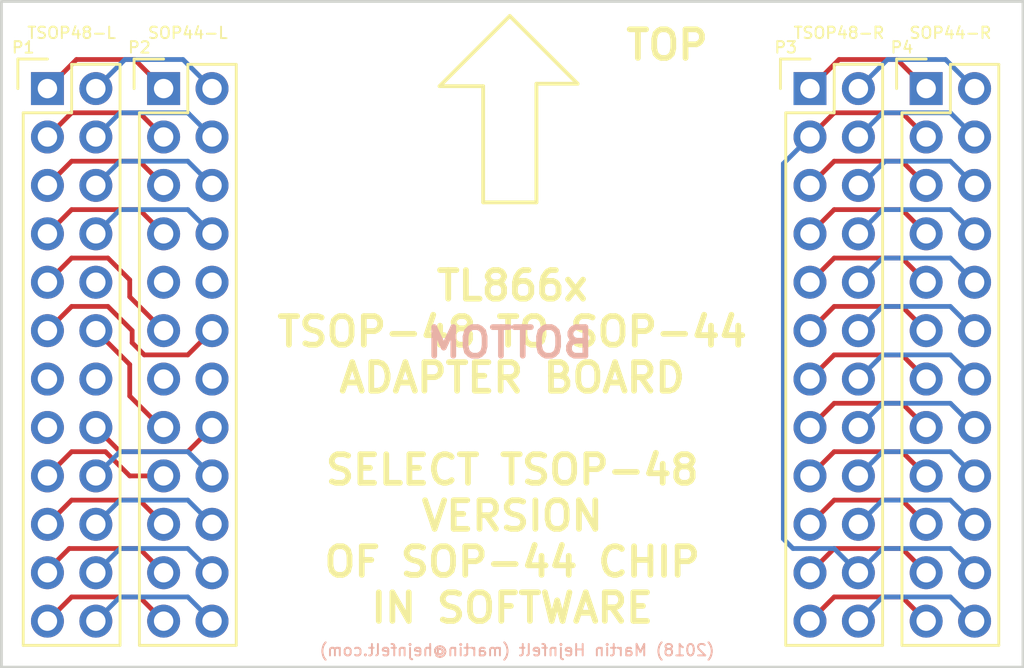
<source format=kicad_pcb>
(kicad_pcb (version 4) (host pcbnew 4.0.5+dfsg1-4)

  (general
    (links 45)
    (no_connects 0)
    (area 121.590999 99.873999 175.335001 134.949001)
    (thickness 1.6)
    (drawings 19)
    (tracks 147)
    (zones 0)
    (modules 4)
    (nets 52)
  )

  (page A4)
  (layers
    (0 F.Cu signal)
    (31 B.Cu signal)
    (32 B.Adhes user)
    (33 F.Adhes user)
    (34 B.Paste user)
    (35 F.Paste user)
    (36 B.SilkS user)
    (37 F.SilkS user)
    (38 B.Mask user)
    (39 F.Mask user)
    (40 Dwgs.User user)
    (41 Cmts.User user)
    (42 Eco1.User user)
    (43 Eco2.User user)
    (44 Edge.Cuts user)
    (45 Margin user)
    (46 B.CrtYd user)
    (47 F.CrtYd user)
    (48 B.Fab user)
    (49 F.Fab user)
  )

  (setup
    (last_trace_width 0.25)
    (trace_clearance 0.2)
    (zone_clearance 0.508)
    (zone_45_only no)
    (trace_min 0.2)
    (segment_width 0.2)
    (edge_width 0.15)
    (via_size 0.6)
    (via_drill 0.4)
    (via_min_size 0.4)
    (via_min_drill 0.3)
    (uvia_size 0.3)
    (uvia_drill 0.1)
    (uvias_allowed no)
    (uvia_min_size 0.2)
    (uvia_min_drill 0.1)
    (pcb_text_width 0.3)
    (pcb_text_size 1.5 1.5)
    (mod_edge_width 0.15)
    (mod_text_size 1 1)
    (mod_text_width 0.15)
    (pad_size 1.524 1.524)
    (pad_drill 0.762)
    (pad_to_mask_clearance 0.2)
    (aux_axis_origin 0 0)
    (visible_elements FFFFFF7F)
    (pcbplotparams
      (layerselection 0x00030_80000001)
      (usegerberextensions false)
      (excludeedgelayer true)
      (linewidth 0.100000)
      (plotframeref false)
      (viasonmask false)
      (mode 1)
      (useauxorigin false)
      (hpglpennumber 1)
      (hpglpenspeed 20)
      (hpglpendiameter 15)
      (hpglpenoverlay 2)
      (psnegative false)
      (psa4output false)
      (plotreference true)
      (plotvalue true)
      (plotinvisibletext false)
      (padsonsilk false)
      (subtractmaskfromsilk false)
      (outputformat 1)
      (mirror false)
      (drillshape 1)
      (scaleselection 1)
      (outputdirectory ""))
  )

  (net 0 "")
  (net 1 A15)
  (net 2 A14)
  (net 3 A13)
  (net 4 A12)
  (net 5 A11)
  (net 6 A10)
  (net 7 A9)
  (net 8 A8)
  (net 9 A19)
  (net 10 "Net-(P1-Pad10)")
  (net 11 WE)
  (net 12 RESET)
  (net 13 "Net-(P1-Pad13)")
  (net 14 "Net-(P1-Pad14)")
  (net 15 RY/BY)
  (net 16 A18)
  (net 17 A17)
  (net 18 A7)
  (net 19 A6)
  (net 20 A5)
  (net 21 A4)
  (net 22 A3)
  (net 23 A2)
  (net 24 A1)
  (net 25 "Net-(P2-Pad9)")
  (net 26 "Net-(P2-Pad10)")
  (net 27 "Net-(P2-Pad13)")
  (net 28 "Net-(P2-Pad14)")
  (net 29 A16)
  (net 30 BYTE)
  (net 31 GND)
  (net 32 Q15/A-1)
  (net 33 Q7)
  (net 34 Q14)
  (net 35 Q6)
  (net 36 Q13)
  (net 37 Q5)
  (net 38 Q12)
  (net 39 Q4)
  (net 40 VCC)
  (net 41 Q11)
  (net 42 Q3)
  (net 43 Q10)
  (net 44 Q2)
  (net 45 Q9)
  (net 46 Q1)
  (net 47 Q8)
  (net 48 Q0)
  (net 49 OE)
  (net 50 CE)
  (net 51 A0)

  (net_class Default "This is the default net class."
    (clearance 0.2)
    (trace_width 0.25)
    (via_dia 0.6)
    (via_drill 0.4)
    (uvia_dia 0.3)
    (uvia_drill 0.1)
    (add_net A0)
    (add_net A1)
    (add_net A10)
    (add_net A11)
    (add_net A12)
    (add_net A13)
    (add_net A14)
    (add_net A15)
    (add_net A16)
    (add_net A17)
    (add_net A18)
    (add_net A19)
    (add_net A2)
    (add_net A3)
    (add_net A4)
    (add_net A5)
    (add_net A6)
    (add_net A7)
    (add_net A8)
    (add_net A9)
    (add_net BYTE)
    (add_net CE)
    (add_net GND)
    (add_net "Net-(P1-Pad10)")
    (add_net "Net-(P1-Pad13)")
    (add_net "Net-(P1-Pad14)")
    (add_net "Net-(P2-Pad10)")
    (add_net "Net-(P2-Pad13)")
    (add_net "Net-(P2-Pad14)")
    (add_net "Net-(P2-Pad9)")
    (add_net OE)
    (add_net Q0)
    (add_net Q1)
    (add_net Q10)
    (add_net Q11)
    (add_net Q12)
    (add_net Q13)
    (add_net Q14)
    (add_net Q15/A-1)
    (add_net Q2)
    (add_net Q3)
    (add_net Q4)
    (add_net Q5)
    (add_net Q6)
    (add_net Q7)
    (add_net Q8)
    (add_net Q9)
    (add_net RESET)
    (add_net RY/BY)
    (add_net VCC)
    (add_net WE)
  )

  (module Pin_Headers:Pin_Header_Straight_2x12 (layer F.Cu) (tedit 5A53C01F) (tstamp 5A53BA3F)
    (at 124.079 104.521)
    (descr "Through hole pin header")
    (tags "pin header")
    (path /5A53B273)
    (fp_text reference P1 (at -1.27 -2.159) (layer F.SilkS)
      (effects (font (size 0.6 0.6) (thickness 0.1)))
    )
    (fp_text value TSOP48-L (at 1.27 -2.921) (layer F.Fab)
      (effects (font (size 0.6 0.6) (thickness 0.1)))
    )
    (fp_line (start -1.75 -1.75) (end -1.75 29.7) (layer F.CrtYd) (width 0.05))
    (fp_line (start 4.3 -1.75) (end 4.3 29.7) (layer F.CrtYd) (width 0.05))
    (fp_line (start -1.75 -1.75) (end 4.3 -1.75) (layer F.CrtYd) (width 0.05))
    (fp_line (start -1.75 29.7) (end 4.3 29.7) (layer F.CrtYd) (width 0.05))
    (fp_line (start 3.81 29.21) (end 3.81 -1.27) (layer F.SilkS) (width 0.15))
    (fp_line (start -1.27 1.27) (end -1.27 29.21) (layer F.SilkS) (width 0.15))
    (fp_line (start 3.81 29.21) (end -1.27 29.21) (layer F.SilkS) (width 0.15))
    (fp_line (start 3.81 -1.27) (end 1.27 -1.27) (layer F.SilkS) (width 0.15))
    (fp_line (start 0 -1.55) (end -1.55 -1.55) (layer F.SilkS) (width 0.15))
    (fp_line (start 1.27 -1.27) (end 1.27 1.27) (layer F.SilkS) (width 0.15))
    (fp_line (start 1.27 1.27) (end -1.27 1.27) (layer F.SilkS) (width 0.15))
    (fp_line (start -1.55 -1.55) (end -1.55 0) (layer F.SilkS) (width 0.15))
    (pad 1 thru_hole rect (at 0 0) (size 1.7272 1.7272) (drill 1.016) (layers *.Cu *.Mask)
      (net 1 A15))
    (pad 2 thru_hole oval (at 2.54 0) (size 1.7272 1.7272) (drill 1.016) (layers *.Cu *.Mask)
      (net 2 A14))
    (pad 3 thru_hole oval (at 0 2.54) (size 1.7272 1.7272) (drill 1.016) (layers *.Cu *.Mask)
      (net 3 A13))
    (pad 4 thru_hole oval (at 2.54 2.54) (size 1.7272 1.7272) (drill 1.016) (layers *.Cu *.Mask)
      (net 4 A12))
    (pad 5 thru_hole oval (at 0 5.08) (size 1.7272 1.7272) (drill 1.016) (layers *.Cu *.Mask)
      (net 5 A11))
    (pad 6 thru_hole oval (at 2.54 5.08) (size 1.7272 1.7272) (drill 1.016) (layers *.Cu *.Mask)
      (net 6 A10))
    (pad 7 thru_hole oval (at 0 7.62) (size 1.7272 1.7272) (drill 1.016) (layers *.Cu *.Mask)
      (net 7 A9))
    (pad 8 thru_hole oval (at 2.54 7.62) (size 1.7272 1.7272) (drill 1.016) (layers *.Cu *.Mask)
      (net 8 A8))
    (pad 9 thru_hole oval (at 0 10.16) (size 1.7272 1.7272) (drill 1.016) (layers *.Cu *.Mask)
      (net 9 A19))
    (pad 10 thru_hole oval (at 2.54 10.16) (size 1.7272 1.7272) (drill 1.016) (layers *.Cu *.Mask)
      (net 10 "Net-(P1-Pad10)"))
    (pad 11 thru_hole oval (at 0 12.7) (size 1.7272 1.7272) (drill 1.016) (layers *.Cu *.Mask)
      (net 11 WE))
    (pad 12 thru_hole oval (at 2.54 12.7) (size 1.7272 1.7272) (drill 1.016) (layers *.Cu *.Mask)
      (net 12 RESET))
    (pad 13 thru_hole oval (at 0 15.24) (size 1.7272 1.7272) (drill 1.016) (layers *.Cu *.Mask)
      (net 13 "Net-(P1-Pad13)"))
    (pad 14 thru_hole oval (at 2.54 15.24) (size 1.7272 1.7272) (drill 1.016) (layers *.Cu *.Mask)
      (net 14 "Net-(P1-Pad14)"))
    (pad 15 thru_hole oval (at 0 17.78) (size 1.7272 1.7272) (drill 1.016) (layers *.Cu *.Mask)
      (net 15 RY/BY))
    (pad 16 thru_hole oval (at 2.54 17.78) (size 1.7272 1.7272) (drill 1.016) (layers *.Cu *.Mask)
      (net 16 A18))
    (pad 17 thru_hole oval (at 0 20.32) (size 1.7272 1.7272) (drill 1.016) (layers *.Cu *.Mask)
      (net 17 A17))
    (pad 18 thru_hole oval (at 2.54 20.32) (size 1.7272 1.7272) (drill 1.016) (layers *.Cu *.Mask)
      (net 18 A7))
    (pad 19 thru_hole oval (at 0 22.86) (size 1.7272 1.7272) (drill 1.016) (layers *.Cu *.Mask)
      (net 19 A6))
    (pad 20 thru_hole oval (at 2.54 22.86) (size 1.7272 1.7272) (drill 1.016) (layers *.Cu *.Mask)
      (net 20 A5))
    (pad 21 thru_hole oval (at 0 25.4) (size 1.7272 1.7272) (drill 1.016) (layers *.Cu *.Mask)
      (net 21 A4))
    (pad 22 thru_hole oval (at 2.54 25.4) (size 1.7272 1.7272) (drill 1.016) (layers *.Cu *.Mask)
      (net 22 A3))
    (pad 23 thru_hole oval (at 0 27.94) (size 1.7272 1.7272) (drill 1.016) (layers *.Cu *.Mask)
      (net 23 A2))
    (pad 24 thru_hole oval (at 2.54 27.94) (size 1.7272 1.7272) (drill 1.016) (layers *.Cu *.Mask)
      (net 24 A1))
    (model Pin_Headers.3dshapes/Pin_Header_Straight_2x12.wrl
      (at (xyz 0.05 -0.55 0))
      (scale (xyz 1 1 1))
      (rotate (xyz 0 0 90))
    )
  )

  (module Pin_Headers:Pin_Header_Straight_2x12 (layer F.Cu) (tedit 5A53C038) (tstamp 5A53BA5B)
    (at 130.175 104.521)
    (descr "Through hole pin header")
    (tags "pin header")
    (path /5A53B41F)
    (fp_text reference P2 (at -1.27 -2.159) (layer F.SilkS)
      (effects (font (size 0.6 0.6) (thickness 0.1)))
    )
    (fp_text value SOP44-L (at 1.27 -2.921) (layer F.Fab)
      (effects (font (size 0.6 0.6) (thickness 0.1)))
    )
    (fp_line (start -1.75 -1.75) (end -1.75 29.7) (layer F.CrtYd) (width 0.05))
    (fp_line (start 4.3 -1.75) (end 4.3 29.7) (layer F.CrtYd) (width 0.05))
    (fp_line (start -1.75 -1.75) (end 4.3 -1.75) (layer F.CrtYd) (width 0.05))
    (fp_line (start -1.75 29.7) (end 4.3 29.7) (layer F.CrtYd) (width 0.05))
    (fp_line (start 3.81 29.21) (end 3.81 -1.27) (layer F.SilkS) (width 0.15))
    (fp_line (start -1.27 1.27) (end -1.27 29.21) (layer F.SilkS) (width 0.15))
    (fp_line (start 3.81 29.21) (end -1.27 29.21) (layer F.SilkS) (width 0.15))
    (fp_line (start 3.81 -1.27) (end 1.27 -1.27) (layer F.SilkS) (width 0.15))
    (fp_line (start 0 -1.55) (end -1.55 -1.55) (layer F.SilkS) (width 0.15))
    (fp_line (start 1.27 -1.27) (end 1.27 1.27) (layer F.SilkS) (width 0.15))
    (fp_line (start 1.27 1.27) (end -1.27 1.27) (layer F.SilkS) (width 0.15))
    (fp_line (start -1.55 -1.55) (end -1.55 0) (layer F.SilkS) (width 0.15))
    (pad 1 thru_hole rect (at 0 0) (size 1.7272 1.7272) (drill 1.016) (layers *.Cu *.Mask)
      (net 1 A15))
    (pad 2 thru_hole oval (at 2.54 0) (size 1.7272 1.7272) (drill 1.016) (layers *.Cu *.Mask)
      (net 2 A14))
    (pad 3 thru_hole oval (at 0 2.54) (size 1.7272 1.7272) (drill 1.016) (layers *.Cu *.Mask)
      (net 3 A13))
    (pad 4 thru_hole oval (at 2.54 2.54) (size 1.7272 1.7272) (drill 1.016) (layers *.Cu *.Mask)
      (net 4 A12))
    (pad 5 thru_hole oval (at 0 5.08) (size 1.7272 1.7272) (drill 1.016) (layers *.Cu *.Mask)
      (net 5 A11))
    (pad 6 thru_hole oval (at 2.54 5.08) (size 1.7272 1.7272) (drill 1.016) (layers *.Cu *.Mask)
      (net 6 A10))
    (pad 7 thru_hole oval (at 0 7.62) (size 1.7272 1.7272) (drill 1.016) (layers *.Cu *.Mask)
      (net 7 A9))
    (pad 8 thru_hole oval (at 2.54 7.62) (size 1.7272 1.7272) (drill 1.016) (layers *.Cu *.Mask)
      (net 8 A8))
    (pad 9 thru_hole oval (at 0 10.16) (size 1.7272 1.7272) (drill 1.016) (layers *.Cu *.Mask)
      (net 25 "Net-(P2-Pad9)"))
    (pad 10 thru_hole oval (at 2.54 10.16) (size 1.7272 1.7272) (drill 1.016) (layers *.Cu *.Mask)
      (net 26 "Net-(P2-Pad10)"))
    (pad 11 thru_hole oval (at 0 12.7) (size 1.7272 1.7272) (drill 1.016) (layers *.Cu *.Mask)
      (net 9 A19))
    (pad 12 thru_hole oval (at 2.54 12.7) (size 1.7272 1.7272) (drill 1.016) (layers *.Cu *.Mask)
      (net 11 WE))
    (pad 13 thru_hole oval (at 0 15.24) (size 1.7272 1.7272) (drill 1.016) (layers *.Cu *.Mask)
      (net 27 "Net-(P2-Pad13)"))
    (pad 14 thru_hole oval (at 2.54 15.24) (size 1.7272 1.7272) (drill 1.016) (layers *.Cu *.Mask)
      (net 28 "Net-(P2-Pad14)"))
    (pad 15 thru_hole oval (at 0 17.78) (size 1.7272 1.7272) (drill 1.016) (layers *.Cu *.Mask)
      (net 12 RESET))
    (pad 16 thru_hole oval (at 2.54 17.78) (size 1.7272 1.7272) (drill 1.016) (layers *.Cu *.Mask)
      (net 16 A18))
    (pad 17 thru_hole oval (at 0 20.32) (size 1.7272 1.7272) (drill 1.016) (layers *.Cu *.Mask)
      (net 17 A17))
    (pad 18 thru_hole oval (at 2.54 20.32) (size 1.7272 1.7272) (drill 1.016) (layers *.Cu *.Mask)
      (net 18 A7))
    (pad 19 thru_hole oval (at 0 22.86) (size 1.7272 1.7272) (drill 1.016) (layers *.Cu *.Mask)
      (net 19 A6))
    (pad 20 thru_hole oval (at 2.54 22.86) (size 1.7272 1.7272) (drill 1.016) (layers *.Cu *.Mask)
      (net 20 A5))
    (pad 21 thru_hole oval (at 0 25.4) (size 1.7272 1.7272) (drill 1.016) (layers *.Cu *.Mask)
      (net 21 A4))
    (pad 22 thru_hole oval (at 2.54 25.4) (size 1.7272 1.7272) (drill 1.016) (layers *.Cu *.Mask)
      (net 22 A3))
    (pad 23 thru_hole oval (at 0 27.94) (size 1.7272 1.7272) (drill 1.016) (layers *.Cu *.Mask)
      (net 23 A2))
    (pad 24 thru_hole oval (at 2.54 27.94) (size 1.7272 1.7272) (drill 1.016) (layers *.Cu *.Mask)
      (net 24 A1))
    (model Pin_Headers.3dshapes/Pin_Header_Straight_2x12.wrl
      (at (xyz 0.05 -0.55 0))
      (scale (xyz 1 1 1))
      (rotate (xyz 0 0 90))
    )
  )

  (module Pin_Headers:Pin_Header_Straight_2x12 (layer F.Cu) (tedit 5A53C09A) (tstamp 5A53BA77)
    (at 164.084 104.521)
    (descr "Through hole pin header")
    (tags "pin header")
    (path /5A53B2AC)
    (fp_text reference P3 (at -1.27 -2.159) (layer F.SilkS)
      (effects (font (size 0.6 0.6) (thickness 0.1)))
    )
    (fp_text value TSOP48-R (at 1.524 -2.921) (layer F.Fab)
      (effects (font (size 0.6 0.6) (thickness 0.1)))
    )
    (fp_line (start -1.75 -1.75) (end -1.75 29.7) (layer F.CrtYd) (width 0.05))
    (fp_line (start 4.3 -1.75) (end 4.3 29.7) (layer F.CrtYd) (width 0.05))
    (fp_line (start -1.75 -1.75) (end 4.3 -1.75) (layer F.CrtYd) (width 0.05))
    (fp_line (start -1.75 29.7) (end 4.3 29.7) (layer F.CrtYd) (width 0.05))
    (fp_line (start 3.81 29.21) (end 3.81 -1.27) (layer F.SilkS) (width 0.15))
    (fp_line (start -1.27 1.27) (end -1.27 29.21) (layer F.SilkS) (width 0.15))
    (fp_line (start 3.81 29.21) (end -1.27 29.21) (layer F.SilkS) (width 0.15))
    (fp_line (start 3.81 -1.27) (end 1.27 -1.27) (layer F.SilkS) (width 0.15))
    (fp_line (start 0 -1.55) (end -1.55 -1.55) (layer F.SilkS) (width 0.15))
    (fp_line (start 1.27 -1.27) (end 1.27 1.27) (layer F.SilkS) (width 0.15))
    (fp_line (start 1.27 1.27) (end -1.27 1.27) (layer F.SilkS) (width 0.15))
    (fp_line (start -1.55 -1.55) (end -1.55 0) (layer F.SilkS) (width 0.15))
    (pad 1 thru_hole rect (at 0 0) (size 1.7272 1.7272) (drill 1.016) (layers *.Cu *.Mask)
      (net 29 A16))
    (pad 2 thru_hole oval (at 2.54 0) (size 1.7272 1.7272) (drill 1.016) (layers *.Cu *.Mask)
      (net 30 BYTE))
    (pad 3 thru_hole oval (at 0 2.54) (size 1.7272 1.7272) (drill 1.016) (layers *.Cu *.Mask)
      (net 31 GND))
    (pad 4 thru_hole oval (at 2.54 2.54) (size 1.7272 1.7272) (drill 1.016) (layers *.Cu *.Mask)
      (net 32 Q15/A-1))
    (pad 5 thru_hole oval (at 0 5.08) (size 1.7272 1.7272) (drill 1.016) (layers *.Cu *.Mask)
      (net 33 Q7))
    (pad 6 thru_hole oval (at 2.54 5.08) (size 1.7272 1.7272) (drill 1.016) (layers *.Cu *.Mask)
      (net 34 Q14))
    (pad 7 thru_hole oval (at 0 7.62) (size 1.7272 1.7272) (drill 1.016) (layers *.Cu *.Mask)
      (net 35 Q6))
    (pad 8 thru_hole oval (at 2.54 7.62) (size 1.7272 1.7272) (drill 1.016) (layers *.Cu *.Mask)
      (net 36 Q13))
    (pad 9 thru_hole oval (at 0 10.16) (size 1.7272 1.7272) (drill 1.016) (layers *.Cu *.Mask)
      (net 37 Q5))
    (pad 10 thru_hole oval (at 2.54 10.16) (size 1.7272 1.7272) (drill 1.016) (layers *.Cu *.Mask)
      (net 38 Q12))
    (pad 11 thru_hole oval (at 0 12.7) (size 1.7272 1.7272) (drill 1.016) (layers *.Cu *.Mask)
      (net 39 Q4))
    (pad 12 thru_hole oval (at 2.54 12.7) (size 1.7272 1.7272) (drill 1.016) (layers *.Cu *.Mask)
      (net 40 VCC))
    (pad 13 thru_hole oval (at 0 15.24) (size 1.7272 1.7272) (drill 1.016) (layers *.Cu *.Mask)
      (net 41 Q11))
    (pad 14 thru_hole oval (at 2.54 15.24) (size 1.7272 1.7272) (drill 1.016) (layers *.Cu *.Mask)
      (net 42 Q3))
    (pad 15 thru_hole oval (at 0 17.78) (size 1.7272 1.7272) (drill 1.016) (layers *.Cu *.Mask)
      (net 43 Q10))
    (pad 16 thru_hole oval (at 2.54 17.78) (size 1.7272 1.7272) (drill 1.016) (layers *.Cu *.Mask)
      (net 44 Q2))
    (pad 17 thru_hole oval (at 0 20.32) (size 1.7272 1.7272) (drill 1.016) (layers *.Cu *.Mask)
      (net 45 Q9))
    (pad 18 thru_hole oval (at 2.54 20.32) (size 1.7272 1.7272) (drill 1.016) (layers *.Cu *.Mask)
      (net 46 Q1))
    (pad 19 thru_hole oval (at 0 22.86) (size 1.7272 1.7272) (drill 1.016) (layers *.Cu *.Mask)
      (net 47 Q8))
    (pad 20 thru_hole oval (at 2.54 22.86) (size 1.7272 1.7272) (drill 1.016) (layers *.Cu *.Mask)
      (net 48 Q0))
    (pad 21 thru_hole oval (at 0 25.4) (size 1.7272 1.7272) (drill 1.016) (layers *.Cu *.Mask)
      (net 49 OE))
    (pad 22 thru_hole oval (at 2.54 25.4) (size 1.7272 1.7272) (drill 1.016) (layers *.Cu *.Mask)
      (net 31 GND))
    (pad 23 thru_hole oval (at 0 27.94) (size 1.7272 1.7272) (drill 1.016) (layers *.Cu *.Mask)
      (net 50 CE))
    (pad 24 thru_hole oval (at 2.54 27.94) (size 1.7272 1.7272) (drill 1.016) (layers *.Cu *.Mask)
      (net 51 A0))
    (model Pin_Headers.3dshapes/Pin_Header_Straight_2x12.wrl
      (at (xyz 0.05 -0.55 0))
      (scale (xyz 1 1 1))
      (rotate (xyz 0 0 90))
    )
  )

  (module Pin_Headers:Pin_Header_Straight_2x12 (layer F.Cu) (tedit 5A53C0A4) (tstamp 5A53BA93)
    (at 170.18 104.521)
    (descr "Through hole pin header")
    (tags "pin header")
    (path /5A53B3A9)
    (fp_text reference P4 (at -1.27 -2.159) (layer F.SilkS)
      (effects (font (size 0.6 0.6) (thickness 0.1)))
    )
    (fp_text value SOP44-R (at 1.27 -2.921) (layer F.Fab)
      (effects (font (size 0.6 0.6) (thickness 0.1)))
    )
    (fp_line (start -1.75 -1.75) (end -1.75 29.7) (layer F.CrtYd) (width 0.05))
    (fp_line (start 4.3 -1.75) (end 4.3 29.7) (layer F.CrtYd) (width 0.05))
    (fp_line (start -1.75 -1.75) (end 4.3 -1.75) (layer F.CrtYd) (width 0.05))
    (fp_line (start -1.75 29.7) (end 4.3 29.7) (layer F.CrtYd) (width 0.05))
    (fp_line (start 3.81 29.21) (end 3.81 -1.27) (layer F.SilkS) (width 0.15))
    (fp_line (start -1.27 1.27) (end -1.27 29.21) (layer F.SilkS) (width 0.15))
    (fp_line (start 3.81 29.21) (end -1.27 29.21) (layer F.SilkS) (width 0.15))
    (fp_line (start 3.81 -1.27) (end 1.27 -1.27) (layer F.SilkS) (width 0.15))
    (fp_line (start 0 -1.55) (end -1.55 -1.55) (layer F.SilkS) (width 0.15))
    (fp_line (start 1.27 -1.27) (end 1.27 1.27) (layer F.SilkS) (width 0.15))
    (fp_line (start 1.27 1.27) (end -1.27 1.27) (layer F.SilkS) (width 0.15))
    (fp_line (start -1.55 -1.55) (end -1.55 0) (layer F.SilkS) (width 0.15))
    (pad 1 thru_hole rect (at 0 0) (size 1.7272 1.7272) (drill 1.016) (layers *.Cu *.Mask)
      (net 29 A16))
    (pad 2 thru_hole oval (at 2.54 0) (size 1.7272 1.7272) (drill 1.016) (layers *.Cu *.Mask)
      (net 30 BYTE))
    (pad 3 thru_hole oval (at 0 2.54) (size 1.7272 1.7272) (drill 1.016) (layers *.Cu *.Mask)
      (net 31 GND))
    (pad 4 thru_hole oval (at 2.54 2.54) (size 1.7272 1.7272) (drill 1.016) (layers *.Cu *.Mask)
      (net 32 Q15/A-1))
    (pad 5 thru_hole oval (at 0 5.08) (size 1.7272 1.7272) (drill 1.016) (layers *.Cu *.Mask)
      (net 33 Q7))
    (pad 6 thru_hole oval (at 2.54 5.08) (size 1.7272 1.7272) (drill 1.016) (layers *.Cu *.Mask)
      (net 34 Q14))
    (pad 7 thru_hole oval (at 0 7.62) (size 1.7272 1.7272) (drill 1.016) (layers *.Cu *.Mask)
      (net 35 Q6))
    (pad 8 thru_hole oval (at 2.54 7.62) (size 1.7272 1.7272) (drill 1.016) (layers *.Cu *.Mask)
      (net 36 Q13))
    (pad 9 thru_hole oval (at 0 10.16) (size 1.7272 1.7272) (drill 1.016) (layers *.Cu *.Mask)
      (net 37 Q5))
    (pad 10 thru_hole oval (at 2.54 10.16) (size 1.7272 1.7272) (drill 1.016) (layers *.Cu *.Mask)
      (net 38 Q12))
    (pad 11 thru_hole oval (at 0 12.7) (size 1.7272 1.7272) (drill 1.016) (layers *.Cu *.Mask)
      (net 39 Q4))
    (pad 12 thru_hole oval (at 2.54 12.7) (size 1.7272 1.7272) (drill 1.016) (layers *.Cu *.Mask)
      (net 40 VCC))
    (pad 13 thru_hole oval (at 0 15.24) (size 1.7272 1.7272) (drill 1.016) (layers *.Cu *.Mask)
      (net 41 Q11))
    (pad 14 thru_hole oval (at 2.54 15.24) (size 1.7272 1.7272) (drill 1.016) (layers *.Cu *.Mask)
      (net 42 Q3))
    (pad 15 thru_hole oval (at 0 17.78) (size 1.7272 1.7272) (drill 1.016) (layers *.Cu *.Mask)
      (net 43 Q10))
    (pad 16 thru_hole oval (at 2.54 17.78) (size 1.7272 1.7272) (drill 1.016) (layers *.Cu *.Mask)
      (net 44 Q2))
    (pad 17 thru_hole oval (at 0 20.32) (size 1.7272 1.7272) (drill 1.016) (layers *.Cu *.Mask)
      (net 45 Q9))
    (pad 18 thru_hole oval (at 2.54 20.32) (size 1.7272 1.7272) (drill 1.016) (layers *.Cu *.Mask)
      (net 46 Q1))
    (pad 19 thru_hole oval (at 0 22.86) (size 1.7272 1.7272) (drill 1.016) (layers *.Cu *.Mask)
      (net 47 Q8))
    (pad 20 thru_hole oval (at 2.54 22.86) (size 1.7272 1.7272) (drill 1.016) (layers *.Cu *.Mask)
      (net 48 Q0))
    (pad 21 thru_hole oval (at 0 25.4) (size 1.7272 1.7272) (drill 1.016) (layers *.Cu *.Mask)
      (net 49 OE))
    (pad 22 thru_hole oval (at 2.54 25.4) (size 1.7272 1.7272) (drill 1.016) (layers *.Cu *.Mask)
      (net 31 GND))
    (pad 23 thru_hole oval (at 0 27.94) (size 1.7272 1.7272) (drill 1.016) (layers *.Cu *.Mask)
      (net 50 CE))
    (pad 24 thru_hole oval (at 2.54 27.94) (size 1.7272 1.7272) (drill 1.016) (layers *.Cu *.Mask)
      (net 51 A0))
    (model Pin_Headers.3dshapes/Pin_Header_Straight_2x12.wrl
      (at (xyz 0.05 -0.55 0))
      (scale (xyz 1 1 1))
      (rotate (xyz 0 0 90))
    )
  )

  (gr_text BOTTOM (at 148.336 117.856) (layer B.SilkS)
    (effects (font (size 1.5 1.5) (thickness 0.3)) (justify mirror))
  )
  (gr_text TOP (at 156.591 102.235) (layer F.SilkS)
    (effects (font (size 1.5 1.5) (thickness 0.3)))
  )
  (gr_text "(2018) Martin Hejnfelt (martin@hejnfelt.com)" (at 148.717 133.985) (layer B.SilkS)
    (effects (font (size 0.6 0.6) (thickness 0.1)) (justify mirror))
  )
  (gr_text SOP44-R (at 171.45 101.6) (layer F.SilkS)
    (effects (font (size 0.6 0.6) (thickness 0.1)))
  )
  (gr_text TSOP48-R (at 165.608 101.6) (layer F.SilkS)
    (effects (font (size 0.6 0.6) (thickness 0.1)))
  )
  (gr_text SOP44-L (at 131.445 101.6) (layer F.SilkS)
    (effects (font (size 0.6 0.6) (thickness 0.1)))
  )
  (gr_text TSOP48-L (at 125.349 101.6) (layer F.SilkS)
    (effects (font (size 0.6 0.6) (thickness 0.1)))
  )
  (gr_text "TL866x\nTSOP-48 TO SOP-44\nADAPTER BOARD\n\nSELECT TSOP-48\nVERSION\nOF SOP-44 CHIP\nIN SOFTWARE" (at 148.463 123.317) (layer F.SilkS)
    (effects (font (size 1.5 1.5) (thickness 0.3)))
  )
  (gr_line (start 149.733 110.49) (end 146.939 110.49) (angle 90) (layer F.SilkS) (width 0.2))
  (gr_line (start 149.733 104.267) (end 149.733 110.49) (angle 90) (layer F.SilkS) (width 0.2))
  (gr_line (start 151.892 104.267) (end 149.733 104.267) (angle 90) (layer F.SilkS) (width 0.2))
  (gr_line (start 148.336 100.711) (end 151.892 104.267) (angle 90) (layer F.SilkS) (width 0.2))
  (gr_line (start 144.653 104.394) (end 148.336 100.711) (angle 90) (layer F.SilkS) (width 0.2))
  (gr_line (start 146.939 104.394) (end 144.653 104.394) (angle 90) (layer F.SilkS) (width 0.2))
  (gr_line (start 146.939 110.49) (end 146.939 104.394) (angle 90) (layer F.SilkS) (width 0.2))
  (gr_line (start 121.666 99.949) (end 121.666 134.874) (angle 90) (layer Edge.Cuts) (width 0.15))
  (gr_line (start 175.26 99.949) (end 121.666 99.949) (angle 90) (layer Edge.Cuts) (width 0.15))
  (gr_line (start 175.26 134.874) (end 175.26 99.949) (angle 90) (layer Edge.Cuts) (width 0.15))
  (gr_line (start 121.666 134.874) (end 175.26 134.874) (angle 90) (layer Edge.Cuts) (width 0.15))

  (segment (start 124.079 104.521) (end 125.603 102.997) (width 0.25) (layer F.Cu) (net 1) (status 10))
  (segment (start 128.651 102.997) (end 130.175 104.521) (width 0.25) (layer F.Cu) (net 1) (tstamp 5A53BB3E) (status 20))
  (segment (start 125.603 102.997) (end 128.651 102.997) (width 0.25) (layer F.Cu) (net 1) (tstamp 5A53BB3D))
  (segment (start 126.619 104.521) (end 128.143 102.997) (width 0.25) (layer B.Cu) (net 2) (status 10))
  (segment (start 131.191 102.997) (end 132.715 104.521) (width 0.25) (layer B.Cu) (net 2) (tstamp 5A53BB8B) (status 20))
  (segment (start 128.143 102.997) (end 131.191 102.997) (width 0.25) (layer B.Cu) (net 2) (tstamp 5A53BB8A))
  (segment (start 124.079 107.061) (end 125.349 105.791) (width 0.25) (layer F.Cu) (net 3) (status 10))
  (segment (start 128.905 105.791) (end 130.175 107.061) (width 0.25) (layer F.Cu) (net 3) (tstamp 5A53BB33) (status 20))
  (segment (start 125.349 105.791) (end 128.905 105.791) (width 0.25) (layer F.Cu) (net 3) (tstamp 5A53BB31))
  (segment (start 126.619 107.061) (end 127.889 105.791) (width 0.25) (layer B.Cu) (net 4) (status 10))
  (segment (start 131.445 105.791) (end 132.715 107.061) (width 0.25) (layer B.Cu) (net 4) (tstamp 5A53BB91) (status 20))
  (segment (start 127.889 105.791) (end 131.445 105.791) (width 0.25) (layer B.Cu) (net 4) (tstamp 5A53BB8F))
  (segment (start 124.079 109.601) (end 125.349 108.331) (width 0.25) (layer F.Cu) (net 5) (status 10))
  (segment (start 128.905 108.331) (end 130.175 109.601) (width 0.25) (layer F.Cu) (net 5) (tstamp 5A53BB38) (status 20))
  (segment (start 125.349 108.331) (end 128.905 108.331) (width 0.25) (layer F.Cu) (net 5) (tstamp 5A53BB37))
  (segment (start 126.619 109.601) (end 127.889 108.331) (width 0.25) (layer B.Cu) (net 6) (status 10))
  (segment (start 131.445 108.331) (end 132.715 109.601) (width 0.25) (layer B.Cu) (net 6) (tstamp 5A53BB96) (status 20))
  (segment (start 127.889 108.331) (end 131.445 108.331) (width 0.25) (layer B.Cu) (net 6) (tstamp 5A53BB95))
  (segment (start 124.079 112.141) (end 125.349 110.871) (width 0.25) (layer F.Cu) (net 7) (status 10))
  (segment (start 128.905 110.871) (end 130.175 112.141) (width 0.25) (layer F.Cu) (net 7) (tstamp 5A53BB45) (status 20))
  (segment (start 125.349 110.871) (end 128.905 110.871) (width 0.25) (layer F.Cu) (net 7) (tstamp 5A53BB43))
  (segment (start 126.619 112.141) (end 127.889 110.871) (width 0.25) (layer B.Cu) (net 8) (status 10))
  (segment (start 131.445 110.871) (end 132.715 112.141) (width 0.25) (layer B.Cu) (net 8) (tstamp 5A53BB9B) (status 20))
  (segment (start 127.889 110.871) (end 131.445 110.871) (width 0.25) (layer B.Cu) (net 8) (tstamp 5A53BB9A))
  (segment (start 124.079 114.681) (end 125.349 113.411) (width 0.25) (layer F.Cu) (net 9) (status 10))
  (segment (start 128.397 115.443) (end 130.175 117.221) (width 0.25) (layer F.Cu) (net 9) (tstamp 5A53BB4F) (status 20))
  (segment (start 128.397 114.554) (end 128.397 115.443) (width 0.25) (layer F.Cu) (net 9) (tstamp 5A53BB4D))
  (segment (start 127.254 113.411) (end 128.397 114.554) (width 0.25) (layer F.Cu) (net 9) (tstamp 5A53BB4B))
  (segment (start 125.349 113.411) (end 127.254 113.411) (width 0.25) (layer F.Cu) (net 9) (tstamp 5A53BB4A))
  (segment (start 124.079 117.221) (end 125.349 115.951) (width 0.25) (layer F.Cu) (net 11) (status 10))
  (segment (start 131.445 118.491) (end 132.715 117.221) (width 0.25) (layer F.Cu) (net 11) (tstamp 5A53BB57) (status 20))
  (segment (start 129.159 118.491) (end 131.445 118.491) (width 0.25) (layer F.Cu) (net 11) (tstamp 5A53BB56))
  (segment (start 128.524 117.856) (end 129.159 118.491) (width 0.25) (layer F.Cu) (net 11) (tstamp 5A53BB55))
  (segment (start 128.524 117.221) (end 128.524 117.856) (width 0.25) (layer F.Cu) (net 11) (tstamp 5A53BB54))
  (segment (start 127.254 115.951) (end 128.524 117.221) (width 0.25) (layer F.Cu) (net 11) (tstamp 5A53BB53))
  (segment (start 125.349 115.951) (end 127.254 115.951) (width 0.25) (layer F.Cu) (net 11) (tstamp 5A53BB52))
  (segment (start 126.619 117.221) (end 128.397 118.999) (width 0.25) (layer F.Cu) (net 12) (status 10))
  (segment (start 128.397 120.65) (end 130.048 122.301) (width 0.25) (layer F.Cu) (net 12) (tstamp 5A53BB5C) (status 20))
  (segment (start 128.397 118.999) (end 128.397 120.65) (width 0.25) (layer F.Cu) (net 12) (tstamp 5A53BB5B))
  (segment (start 130.048 122.301) (end 130.175 122.301) (width 0.25) (layer F.Cu) (net 12) (tstamp 5A53BB5D) (status 30))
  (segment (start 126.619 122.301) (end 127.889 123.571) (width 0.25) (layer F.Cu) (net 16) (status 10))
  (segment (start 131.445 123.571) (end 132.715 122.301) (width 0.25) (layer F.Cu) (net 16) (tstamp 5A53BB64) (status 20))
  (segment (start 127.889 123.571) (end 131.445 123.571) (width 0.25) (layer F.Cu) (net 16) (tstamp 5A53BB63))
  (segment (start 124.079 124.841) (end 125.349 123.571) (width 0.25) (layer F.Cu) (net 17) (status 10))
  (segment (start 128.397 124.841) (end 130.175 124.841) (width 0.25) (layer F.Cu) (net 17) (tstamp 5A53BB71) (status 20))
  (segment (start 127.127 123.571) (end 128.397 124.841) (width 0.25) (layer F.Cu) (net 17) (tstamp 5A53BB70))
  (segment (start 125.349 123.571) (end 127.127 123.571) (width 0.25) (layer F.Cu) (net 17) (tstamp 5A53BB6F))
  (segment (start 126.619 124.841) (end 127.889 123.571) (width 0.25) (layer B.Cu) (net 18) (status 10))
  (segment (start 131.445 123.571) (end 132.715 124.841) (width 0.25) (layer B.Cu) (net 18) (tstamp 5A53BBA0) (status 20))
  (segment (start 127.889 123.571) (end 131.445 123.571) (width 0.25) (layer B.Cu) (net 18) (tstamp 5A53BB9F))
  (segment (start 124.079 127.381) (end 125.349 126.111) (width 0.25) (layer F.Cu) (net 19) (status 10))
  (segment (start 128.905 126.111) (end 130.175 127.381) (width 0.25) (layer F.Cu) (net 19) (tstamp 5A53BB7A) (status 20))
  (segment (start 125.349 126.111) (end 128.905 126.111) (width 0.25) (layer F.Cu) (net 19) (tstamp 5A53BB79))
  (segment (start 126.619 127.381) (end 127.889 126.111) (width 0.25) (layer B.Cu) (net 20) (status 10))
  (segment (start 131.445 126.111) (end 132.715 127.381) (width 0.25) (layer B.Cu) (net 20) (tstamp 5A53BBA5) (status 20))
  (segment (start 127.889 126.111) (end 131.445 126.111) (width 0.25) (layer B.Cu) (net 20) (tstamp 5A53BBA4))
  (segment (start 124.079 129.921) (end 124.079 129.794) (width 0.25) (layer F.Cu) (net 21) (status 30))
  (segment (start 124.079 129.794) (end 125.222 128.651) (width 0.25) (layer F.Cu) (net 21) (tstamp 5A53BB7E) (status 10))
  (segment (start 125.222 128.651) (end 128.905 128.651) (width 0.25) (layer F.Cu) (net 21) (tstamp 5A53BB7F))
  (segment (start 128.905 128.651) (end 130.175 129.921) (width 0.25) (layer F.Cu) (net 21) (tstamp 5A53BB81) (status 20))
  (segment (start 126.619 129.921) (end 127.889 128.651) (width 0.25) (layer B.Cu) (net 22) (status 10))
  (segment (start 131.445 128.651) (end 132.715 129.921) (width 0.25) (layer B.Cu) (net 22) (tstamp 5A53BBAA) (status 20))
  (segment (start 127.889 128.651) (end 131.445 128.651) (width 0.25) (layer B.Cu) (net 22) (tstamp 5A53BBA9))
  (segment (start 124.079 132.461) (end 125.349 131.191) (width 0.25) (layer F.Cu) (net 23) (status 10))
  (segment (start 128.905 131.191) (end 130.175 132.461) (width 0.25) (layer F.Cu) (net 23) (tstamp 5A53BB86) (status 20))
  (segment (start 125.349 131.191) (end 128.905 131.191) (width 0.25) (layer F.Cu) (net 23) (tstamp 5A53BB85))
  (segment (start 126.619 132.461) (end 127.889 131.191) (width 0.25) (layer B.Cu) (net 24) (status 10))
  (segment (start 131.445 131.191) (end 132.715 132.461) (width 0.25) (layer B.Cu) (net 24) (tstamp 5A53BBAF) (status 20))
  (segment (start 127.889 131.191) (end 131.445 131.191) (width 0.25) (layer B.Cu) (net 24) (tstamp 5A53BBAE))
  (segment (start 164.084 104.521) (end 165.608 102.997) (width 0.25) (layer F.Cu) (net 29) (status 10))
  (segment (start 168.656 102.997) (end 170.18 104.521) (width 0.25) (layer F.Cu) (net 29) (tstamp 5A53BC0A) (status 20))
  (segment (start 165.608 102.997) (end 168.656 102.997) (width 0.25) (layer F.Cu) (net 29) (tstamp 5A53BC09))
  (segment (start 166.624 104.521) (end 168.148 102.997) (width 0.25) (layer B.Cu) (net 30) (status 10))
  (segment (start 171.196 102.997) (end 172.72 104.521) (width 0.25) (layer B.Cu) (net 30) (tstamp 5A53BCAF) (status 20))
  (segment (start 168.148 102.997) (end 171.196 102.997) (width 0.25) (layer B.Cu) (net 30) (tstamp 5A53BCAD))
  (segment (start 164.084 107.061) (end 162.687 108.458) (width 0.25) (layer B.Cu) (net 31) (status 10))
  (segment (start 165.354 128.651) (end 166.624 129.921) (width 0.25) (layer B.Cu) (net 31) (tstamp 5A53BCD1) (status 20))
  (segment (start 163.195 128.651) (end 165.354 128.651) (width 0.25) (layer B.Cu) (net 31) (tstamp 5A53BCCF))
  (segment (start 162.687 128.143) (end 163.195 128.651) (width 0.25) (layer B.Cu) (net 31) (tstamp 5A53BCC9))
  (segment (start 162.687 108.458) (end 162.687 128.143) (width 0.25) (layer B.Cu) (net 31) (tstamp 5A53BCBB))
  (segment (start 166.624 129.921) (end 167.894 128.651) (width 0.25) (layer B.Cu) (net 31) (status 10))
  (segment (start 167.894 128.651) (end 171.45 128.651) (width 0.25) (layer B.Cu) (net 31) (tstamp 5A53BC4B))
  (segment (start 171.45 128.651) (end 172.72 129.921) (width 0.25) (layer B.Cu) (net 31) (tstamp 5A53BC4C) (status 20))
  (segment (start 164.084 107.061) (end 165.354 105.791) (width 0.25) (layer F.Cu) (net 31) (status 10))
  (segment (start 168.91 105.791) (end 170.18 107.061) (width 0.25) (layer F.Cu) (net 31) (tstamp 5A53BC0F) (status 20))
  (segment (start 165.354 105.791) (end 168.91 105.791) (width 0.25) (layer F.Cu) (net 31) (tstamp 5A53BC0E))
  (segment (start 166.624 107.061) (end 167.894 105.791) (width 0.25) (layer B.Cu) (net 32) (status 10))
  (segment (start 171.45 105.791) (end 172.72 107.061) (width 0.25) (layer B.Cu) (net 32) (tstamp 5A53BCA9) (status 20))
  (segment (start 167.894 105.791) (end 171.45 105.791) (width 0.25) (layer B.Cu) (net 32) (tstamp 5A53BCA8))
  (segment (start 164.084 109.601) (end 165.354 108.331) (width 0.25) (layer F.Cu) (net 33) (status 10))
  (segment (start 168.91 108.331) (end 170.18 109.601) (width 0.25) (layer F.Cu) (net 33) (tstamp 5A53BC14) (status 20))
  (segment (start 165.354 108.331) (end 168.91 108.331) (width 0.25) (layer F.Cu) (net 33) (tstamp 5A53BC13))
  (segment (start 166.624 109.601) (end 166.751 109.601) (width 0.25) (layer B.Cu) (net 34) (status 30))
  (segment (start 166.751 109.601) (end 168.021 108.331) (width 0.25) (layer B.Cu) (net 34) (tstamp 5A53BC9B) (status 10))
  (segment (start 168.021 108.331) (end 171.45 108.331) (width 0.25) (layer B.Cu) (net 34) (tstamp 5A53BC9F))
  (segment (start 171.45 108.331) (end 172.72 109.601) (width 0.25) (layer B.Cu) (net 34) (tstamp 5A53BCA4) (status 20))
  (segment (start 164.084 112.141) (end 165.354 110.871) (width 0.25) (layer F.Cu) (net 35) (status 10))
  (segment (start 168.91 110.871) (end 170.18 112.141) (width 0.25) (layer F.Cu) (net 35) (tstamp 5A53BC19) (status 20))
  (segment (start 165.354 110.871) (end 168.91 110.871) (width 0.25) (layer F.Cu) (net 35) (tstamp 5A53BC18))
  (segment (start 166.624 112.141) (end 167.894 110.871) (width 0.25) (layer B.Cu) (net 36) (status 10))
  (segment (start 171.45 110.871) (end 172.72 112.141) (width 0.25) (layer B.Cu) (net 36) (tstamp 5A53BC97) (status 20))
  (segment (start 167.894 110.871) (end 171.45 110.871) (width 0.25) (layer B.Cu) (net 36) (tstamp 5A53BC95))
  (segment (start 164.084 114.681) (end 165.354 113.411) (width 0.25) (layer F.Cu) (net 37) (status 10))
  (segment (start 168.91 113.411) (end 170.18 114.681) (width 0.25) (layer F.Cu) (net 37) (tstamp 5A53BC1E) (status 20))
  (segment (start 165.354 113.411) (end 168.91 113.411) (width 0.25) (layer F.Cu) (net 37) (tstamp 5A53BC1D))
  (segment (start 166.624 114.681) (end 167.894 113.411) (width 0.25) (layer B.Cu) (net 38) (status 10))
  (segment (start 171.45 113.411) (end 172.72 114.681) (width 0.25) (layer B.Cu) (net 38) (tstamp 5A53BC91) (status 20))
  (segment (start 167.894 113.411) (end 171.45 113.411) (width 0.25) (layer B.Cu) (net 38) (tstamp 5A53BC8E))
  (segment (start 164.084 117.221) (end 165.354 115.951) (width 0.25) (layer F.Cu) (net 39) (status 10))
  (segment (start 168.91 115.951) (end 170.18 117.221) (width 0.25) (layer F.Cu) (net 39) (tstamp 5A53BC23) (status 20))
  (segment (start 165.354 115.951) (end 168.91 115.951) (width 0.25) (layer F.Cu) (net 39) (tstamp 5A53BC22))
  (segment (start 166.624 117.221) (end 167.894 115.951) (width 0.25) (layer B.Cu) (net 40) (status 10))
  (segment (start 171.45 115.951) (end 172.72 117.221) (width 0.25) (layer B.Cu) (net 40) (tstamp 5A53BC8A) (status 20))
  (segment (start 167.894 115.951) (end 171.45 115.951) (width 0.25) (layer B.Cu) (net 40) (tstamp 5A53BC86))
  (segment (start 164.084 119.761) (end 165.354 118.491) (width 0.25) (layer F.Cu) (net 41) (status 10))
  (segment (start 168.91 118.491) (end 170.18 119.761) (width 0.25) (layer F.Cu) (net 41) (tstamp 5A53BC28) (status 20))
  (segment (start 165.354 118.491) (end 168.91 118.491) (width 0.25) (layer F.Cu) (net 41) (tstamp 5A53BC27))
  (segment (start 166.624 119.761) (end 167.894 118.491) (width 0.25) (layer B.Cu) (net 42) (status 10))
  (segment (start 171.45 118.491) (end 172.72 119.761) (width 0.25) (layer B.Cu) (net 42) (tstamp 5A53BC81) (status 20))
  (segment (start 167.894 118.491) (end 171.45 118.491) (width 0.25) (layer B.Cu) (net 42) (tstamp 5A53BC7A))
  (segment (start 164.084 122.301) (end 165.354 121.031) (width 0.25) (layer F.Cu) (net 43) (status 10))
  (segment (start 168.91 121.031) (end 170.18 122.301) (width 0.25) (layer F.Cu) (net 43) (tstamp 5A53BC2D) (status 20))
  (segment (start 165.354 121.031) (end 168.91 121.031) (width 0.25) (layer F.Cu) (net 43) (tstamp 5A53BC2C))
  (segment (start 166.624 122.301) (end 167.894 121.031) (width 0.25) (layer B.Cu) (net 44) (status 10))
  (segment (start 171.45 121.031) (end 172.72 122.301) (width 0.25) (layer B.Cu) (net 44) (tstamp 5A53BC76) (status 20))
  (segment (start 167.894 121.031) (end 171.45 121.031) (width 0.25) (layer B.Cu) (net 44) (tstamp 5A53BC71))
  (segment (start 164.084 124.841) (end 165.354 123.571) (width 0.25) (layer F.Cu) (net 45) (status 10))
  (segment (start 168.91 123.571) (end 170.18 124.841) (width 0.25) (layer F.Cu) (net 45) (tstamp 5A53BC32) (status 20))
  (segment (start 165.354 123.571) (end 168.91 123.571) (width 0.25) (layer F.Cu) (net 45) (tstamp 5A53BC31))
  (segment (start 166.624 124.841) (end 167.894 123.571) (width 0.25) (layer B.Cu) (net 46) (status 10))
  (segment (start 171.45 123.571) (end 172.72 124.841) (width 0.25) (layer B.Cu) (net 46) (tstamp 5A53BC6D) (status 20))
  (segment (start 167.894 123.571) (end 171.45 123.571) (width 0.25) (layer B.Cu) (net 46) (tstamp 5A53BC6A))
  (segment (start 164.084 127.381) (end 165.354 126.111) (width 0.25) (layer F.Cu) (net 47) (status 10))
  (segment (start 168.91 126.111) (end 170.18 127.381) (width 0.25) (layer F.Cu) (net 47) (tstamp 5A53BC37) (status 20))
  (segment (start 165.354 126.111) (end 168.91 126.111) (width 0.25) (layer F.Cu) (net 47) (tstamp 5A53BC36))
  (segment (start 166.624 127.381) (end 167.894 126.111) (width 0.25) (layer B.Cu) (net 48) (status 10))
  (segment (start 171.45 126.111) (end 172.72 127.381) (width 0.25) (layer B.Cu) (net 48) (tstamp 5A53BC63) (status 20))
  (segment (start 167.894 126.111) (end 171.45 126.111) (width 0.25) (layer B.Cu) (net 48) (tstamp 5A53BC57))
  (segment (start 164.084 129.921) (end 165.354 128.651) (width 0.25) (layer F.Cu) (net 49) (status 10))
  (segment (start 168.91 128.651) (end 170.18 129.921) (width 0.25) (layer F.Cu) (net 49) (tstamp 5A53BC3C) (status 20))
  (segment (start 165.354 128.651) (end 168.91 128.651) (width 0.25) (layer F.Cu) (net 49) (tstamp 5A53BC3B))
  (segment (start 164.084 132.461) (end 165.354 131.191) (width 0.25) (layer F.Cu) (net 50) (status 10))
  (segment (start 168.91 131.191) (end 170.18 132.461) (width 0.25) (layer F.Cu) (net 50) (tstamp 5A53BC41) (status 20))
  (segment (start 165.354 131.191) (end 168.91 131.191) (width 0.25) (layer F.Cu) (net 50) (tstamp 5A53BC40))
  (segment (start 166.624 132.461) (end 167.894 131.191) (width 0.25) (layer B.Cu) (net 51) (status 10))
  (segment (start 171.45 131.191) (end 172.72 132.461) (width 0.25) (layer B.Cu) (net 51) (tstamp 5A53BC47) (status 20))
  (segment (start 167.894 131.191) (end 171.45 131.191) (width 0.25) (layer B.Cu) (net 51) (tstamp 5A53BC46))

)

</source>
